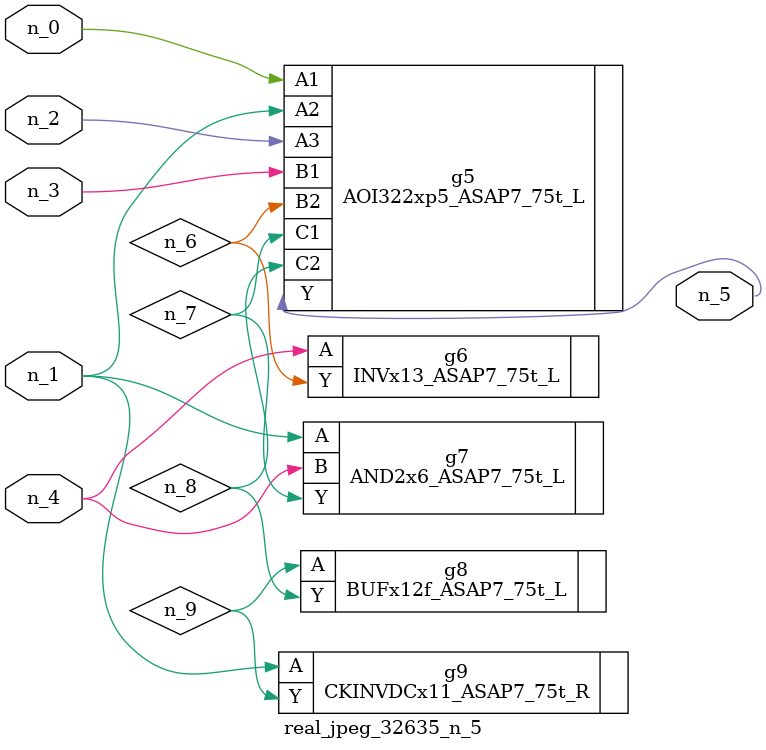
<source format=v>
module real_jpeg_32635_n_5 (n_4, n_0, n_1, n_2, n_3, n_5);

input n_4;
input n_0;
input n_1;
input n_2;
input n_3;

output n_5;

wire n_8;
wire n_6;
wire n_7;
wire n_9;

AOI322xp5_ASAP7_75t_L g5 ( 
.A1(n_0),
.A2(n_1),
.A3(n_2),
.B1(n_3),
.B2(n_6),
.C1(n_7),
.C2(n_8),
.Y(n_5)
);

AND2x6_ASAP7_75t_L g7 ( 
.A(n_1),
.B(n_4),
.Y(n_7)
);

CKINVDCx11_ASAP7_75t_R g9 ( 
.A(n_1),
.Y(n_9)
);

INVx13_ASAP7_75t_L g6 ( 
.A(n_4),
.Y(n_6)
);

BUFx12f_ASAP7_75t_L g8 ( 
.A(n_9),
.Y(n_8)
);


endmodule
</source>
